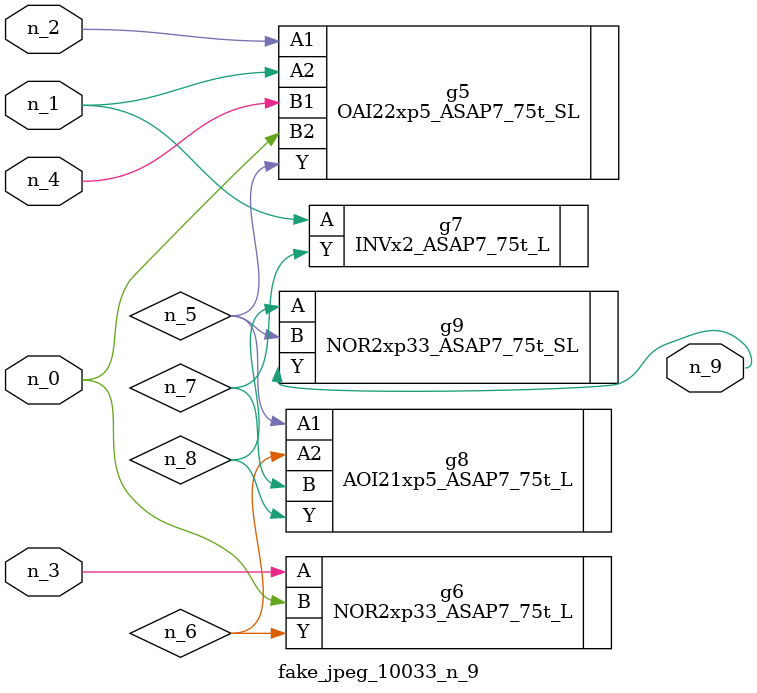
<source format=v>
module fake_jpeg_10033_n_9 (n_3, n_2, n_1, n_0, n_4, n_9);

input n_3;
input n_2;
input n_1;
input n_0;
input n_4;

output n_9;

wire n_8;
wire n_6;
wire n_5;
wire n_7;

OAI22xp5_ASAP7_75t_SL g5 ( 
.A1(n_2),
.A2(n_1),
.B1(n_4),
.B2(n_0),
.Y(n_5)
);

NOR2xp33_ASAP7_75t_L g6 ( 
.A(n_3),
.B(n_0),
.Y(n_6)
);

INVx2_ASAP7_75t_L g7 ( 
.A(n_1),
.Y(n_7)
);

AOI21xp5_ASAP7_75t_L g8 ( 
.A1(n_5),
.A2(n_6),
.B(n_7),
.Y(n_8)
);

NOR2xp33_ASAP7_75t_SL g9 ( 
.A(n_8),
.B(n_5),
.Y(n_9)
);


endmodule
</source>
